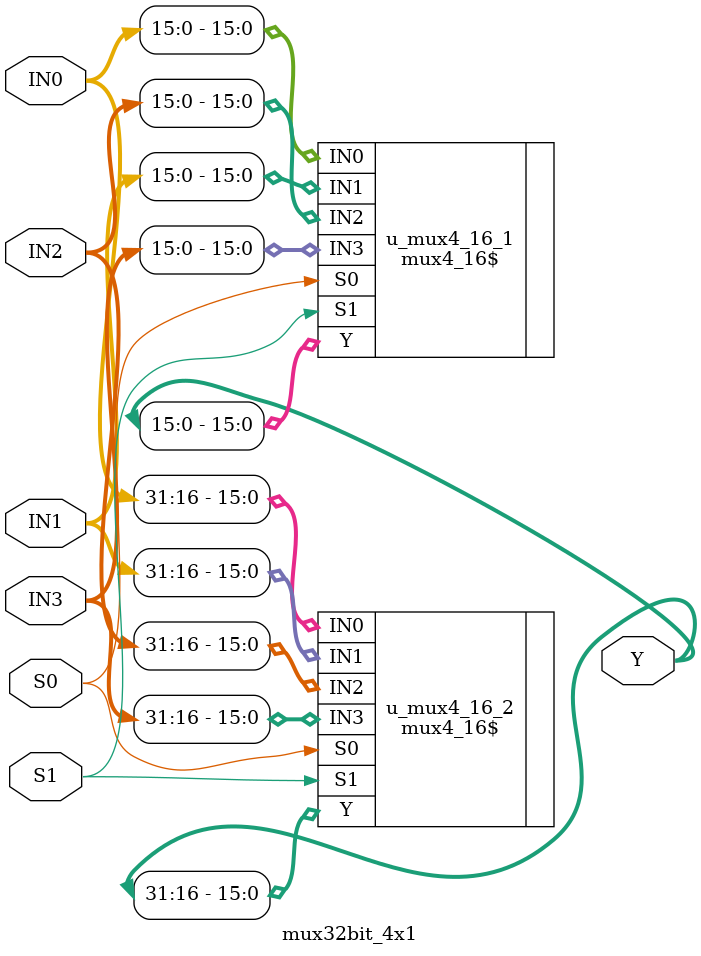
<source format=v>
/******* Microarchiture Project********/
/* Module: main_mem                   */
/* Description: 32-bit register with  */
/* load signal.                       */
/* Author: Sharukh S. Shaikh          */
/**************************************/

module mux32bit_4x1(Y, IN0, IN1, IN2, IN3, S0, S1);

input [31:0] IN0;
input [31:0] IN1;
input [31:0] IN2;
input [31:0] IN3;
input  S0;
input  S1;
output [31:0] Y;

mux4_16$ u_mux4_16_1(.Y(Y[15:0]),.IN0(IN0[15:0]),.IN1(IN1[15:0]),.IN2(IN2[15:0]),.IN3(IN3[15:0]),.S0(S0),.S1(S1) );
mux4_16$ u_mux4_16_2(.Y(Y[31:16]),.IN0(IN0[31:16]),.IN1(IN1[31:16]),.IN2(IN2[31:16]),.IN3(IN3[31:16]),.S0(S0),.S1(S1) );

endmodule


</source>
